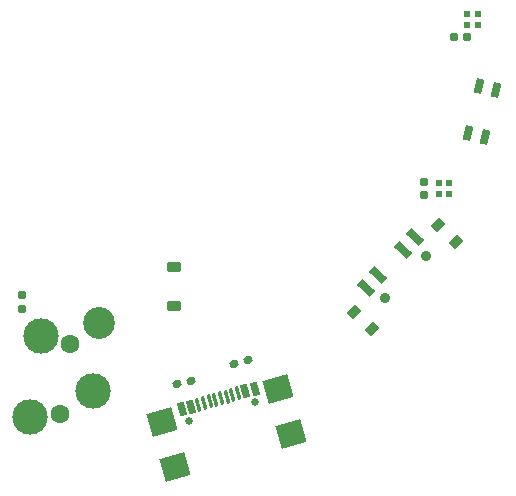
<source format=gbr>
%TF.GenerationSoftware,KiCad,Pcbnew,(7.0.0)*%
%TF.CreationDate,2023-05-27T10:45:59+01:00*%
%TF.ProjectId,left_connectors,6c656674-5f63-46f6-9e6e-6563746f7273,rev?*%
%TF.SameCoordinates,Original*%
%TF.FileFunction,Soldermask,Bot*%
%TF.FilePolarity,Negative*%
%FSLAX46Y46*%
G04 Gerber Fmt 4.6, Leading zero omitted, Abs format (unit mm)*
G04 Created by KiCad (PCBNEW (7.0.0)) date 2023-05-27 10:45:59*
%MOMM*%
%LPD*%
G01*
G04 APERTURE LIST*
G04 Aperture macros list*
%AMRoundRect*
0 Rectangle with rounded corners*
0 $1 Rounding radius*
0 $2 $3 $4 $5 $6 $7 $8 $9 X,Y pos of 4 corners*
0 Add a 4 corners polygon primitive as box body*
4,1,4,$2,$3,$4,$5,$6,$7,$8,$9,$2,$3,0*
0 Add four circle primitives for the rounded corners*
1,1,$1+$1,$2,$3*
1,1,$1+$1,$4,$5*
1,1,$1+$1,$6,$7*
1,1,$1+$1,$8,$9*
0 Add four rect primitives between the rounded corners*
20,1,$1+$1,$2,$3,$4,$5,0*
20,1,$1+$1,$4,$5,$6,$7,0*
20,1,$1+$1,$6,$7,$8,$9,0*
20,1,$1+$1,$8,$9,$2,$3,0*%
%AMRotRect*
0 Rectangle, with rotation*
0 The origin of the aperture is its center*
0 $1 length*
0 $2 width*
0 $3 Rotation angle, in degrees counterclockwise*
0 Add horizontal line*
21,1,$1,$2,0,0,$3*%
G04 Aperture macros list end*
%ADD10R,0.500000X0.500000*%
%ADD11C,0.900000*%
%ADD12RotRect,0.700000X1.500000X226.022000*%
%ADD13RotRect,0.800000X1.000000X136.022000*%
%ADD14RoundRect,0.160000X0.146433X0.207758X-0.233622X0.100135X-0.146433X-0.207758X0.233622X-0.100135X0*%
%ADD15RoundRect,0.160000X-0.146433X-0.207758X0.233622X-0.100135X0.146433X0.207758X-0.233622X0.100135X0*%
%ADD16RoundRect,0.160000X0.160000X-0.197500X0.160000X0.197500X-0.160000X0.197500X-0.160000X-0.197500X0*%
%ADD17RoundRect,0.225000X-0.375000X0.225000X-0.375000X-0.225000X0.375000X-0.225000X0.375000X0.225000X0*%
%ADD18RoundRect,0.155000X0.155000X-0.212500X0.155000X0.212500X-0.155000X0.212500X-0.155000X-0.212500X0*%
%ADD19C,0.650000*%
%ADD20RotRect,0.600000X1.150000X195.811000*%
%ADD21RotRect,0.300000X1.150000X195.811000*%
%ADD22RotRect,2.180000X2.000000X195.811000*%
%ADD23RoundRect,0.155000X0.212500X0.155000X-0.212500X0.155000X-0.212500X-0.155000X0.212500X-0.155000X0*%
%ADD24C,1.600000*%
%ADD25C,3.000000*%
%ADD26C,2.700000*%
%ADD27RotRect,1.244600X0.660400X76.926000*%
G04 APERTURE END LIST*
D10*
%TO.C,D2*%
X139249999Y-48749999D03*
X139249999Y-49649999D03*
X138349999Y-49649999D03*
X138349999Y-48749999D03*
%TD*%
D11*
%TO.C,SW2*%
X134835955Y-69200984D03*
X131364045Y-72799016D03*
D12*
X133923834Y-67626011D03*
X132882261Y-68705421D03*
X130799114Y-70864240D03*
X129757541Y-71943650D03*
D13*
X135920480Y-66564924D03*
X128768344Y-73976871D03*
X137431654Y-68023127D03*
X130279518Y-75435074D03*
%TD*%
D14*
%TO.C,R2*%
X114978227Y-79772708D03*
X113828439Y-80098304D03*
%TD*%
D15*
%TO.C,R3*%
X118625106Y-78362798D03*
X119774894Y-78037202D03*
%TD*%
D16*
%TO.C,R4*%
X100700000Y-73697500D03*
X100700000Y-72502500D03*
%TD*%
D10*
%TO.C,D1*%
X136849999Y-63049999D03*
X136849999Y-63949999D03*
X135949999Y-63949999D03*
X135949999Y-63049999D03*
%TD*%
D17*
%TO.C,D3*%
X113500000Y-70150000D03*
X113500000Y-73450000D03*
%TD*%
D18*
%TO.C,C1*%
X134700000Y-64067500D03*
X134700000Y-62932500D03*
%TD*%
D19*
%TO.C,J1*%
X120349903Y-81585163D03*
X114788585Y-83160011D03*
D20*
X120355273Y-80466370D03*
X119585541Y-80684342D03*
D21*
X118479050Y-80997677D03*
X117516885Y-81270142D03*
X117035802Y-81406374D03*
X116073636Y-81678839D03*
D20*
X114197413Y-82210146D03*
X114967145Y-81992174D03*
D21*
X115592553Y-81815072D03*
X116554719Y-81542607D03*
X117997967Y-81133909D03*
X118960133Y-80861444D03*
D22*
X123420465Y-84280518D03*
X122349677Y-80499207D03*
X113587131Y-87065110D03*
X112516344Y-83283799D03*
%TD*%
D23*
%TO.C,C2*%
X138335000Y-50700000D03*
X137200000Y-50700000D03*
%TD*%
D24*
%TO.C,J2*%
X103900010Y-82600001D03*
X104722084Y-76656585D03*
D25*
X106691562Y-80664223D03*
X101341380Y-82851812D03*
X102286765Y-76016884D03*
D26*
X107189063Y-74877817D03*
%TD*%
D27*
%TO.C,SW1*%
X139841638Y-59134789D03*
X140760953Y-55176133D03*
X138399999Y-58799999D03*
X139319314Y-54841343D03*
%TD*%
M02*

</source>
